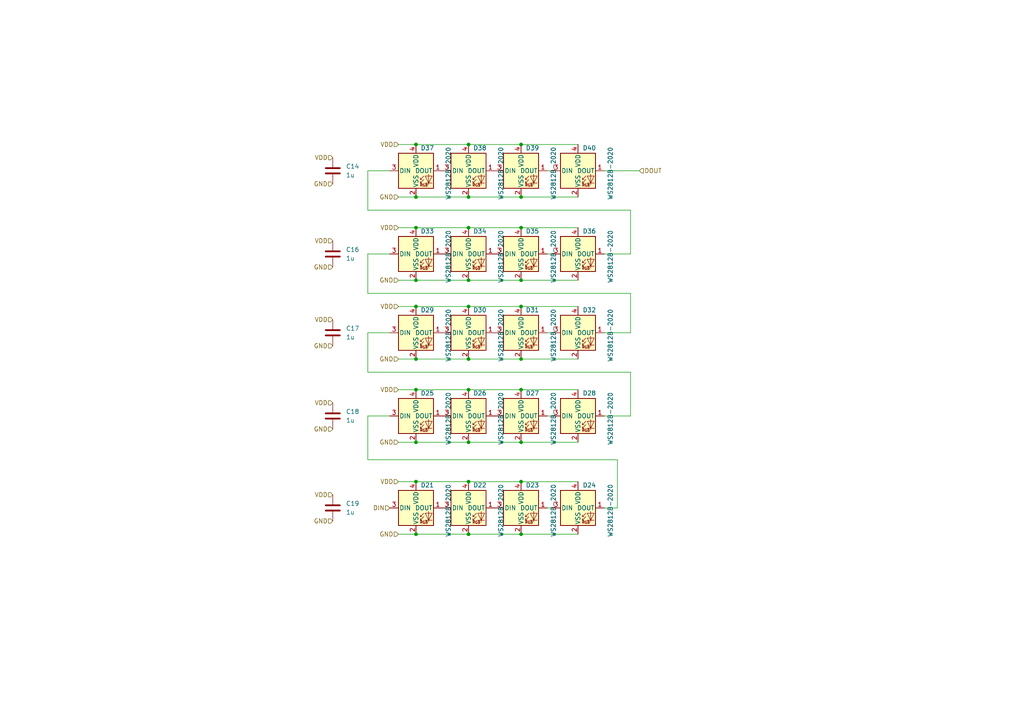
<source format=kicad_sch>
(kicad_sch (version 20231120) (generator "eeschema") (generator_version "8.0")
  (paper "A4")
  (title_block (title "Lighting") (rev "PY/A1 (1.0)") (company "MOTIV.PW"))
  (lib_symbols
    (symbol "Device:C" (pin_numbers hide) (pin_names (offset 0.254))
      (property "Reference" "C" (at 0.635 2.54 0))
      (property "Value" "C" (at 0.635 -2.54 0))
      (symbol "C_0_1"
        (polyline (pts (xy -2.032 -0.762) (xy 2.032 -0.762)) (stroke (width 0.508)))
        (polyline (pts (xy -2.032 0.762) (xy 2.032 0.762)) (stroke (width 0.508)))
      )
      (symbol "C_1_1"
        (pin passive line (at 0 3.81 270) (length 2.794) (name "~") (number "1"))
        (pin passive line (at 0 -3.81 90) (length 2.794) (name "~") (number "2"))
      )
    )
    (symbol "LED:WS2812B-2020" (pin_names (offset 0.254))
      (property "Reference" "D" (at 5.08 5.715 0))
      (property "Value" "WS2812B-2020" (at 1.27 -5.715 0))
      (symbol "WS2812B-2020_0_0"
        (text "RGB" (at 2.286 -4.191 0) (effects (font (size 0.762 0.762))))
      )
      (symbol "WS2812B-2020_0_1"
        (polyline (pts (xy 1.27 -3.556) (xy 1.778 -3.556)))
        (polyline (pts (xy 1.27 -2.54) (xy 1.778 -2.54)))
        (polyline (pts (xy 4.699 -3.556) (xy 2.667 -3.556)))
        (polyline (pts (xy 2.286 -2.54) (xy 1.27 -3.556) (xy 1.27 -3.048)))
        (polyline (pts (xy 2.286 -1.524) (xy 1.27 -2.54) (xy 1.27 -2.032)))
        (polyline (pts (xy 3.683 -1.016) (xy 3.683 -3.556) (xy 3.683 -4.064)))
        (polyline (pts (xy 4.699 -1.524) (xy 2.667 -1.524) (xy 3.683 -3.556) (xy 4.699 -1.524)))
        (rectangle (start 5.08 5.08) (end -5.08 -5.08) (stroke (width 0.254)) (fill (type background)))
      )
      (symbol "WS2812B-2020_1_1"
        (pin output line (at 7.62 0 180) (length 2.54) (name "DOUT") (number "1"))
        (pin power_in line (at 0 -7.62 90) (length 2.54) (name "VSS") (number "2"))
        (pin input line (at -7.62 0 0) (length 2.54) (name "DIN") (number "3"))
        (pin power_in line (at 0 7.62 270) (length 2.54) (name "VDD") (number "4"))
      )
    )
  )
  (junction (at 120.65 139.7))
  (junction (at 120.65 81.28))
  (junction (at 135.89 41.91))
  (junction (at 135.89 81.28))
  (junction (at 151.13 57.15))
  (junction (at 151.13 104.14))
  (junction (at 151.13 128.27))
  (junction (at 120.65 104.14))
  (junction (at 120.65 66.04))
  (junction (at 151.13 88.9))
  (junction (at 135.89 66.04))
  (junction (at 120.65 88.9))
  (junction (at 135.89 57.15))
  (junction (at 135.89 113.03))
  (junction (at 135.89 154.94))
  (junction (at 151.13 66.04))
  (junction (at 135.89 139.7))
  (junction (at 135.89 88.9))
  (junction (at 135.89 104.14))
  (junction (at 120.65 41.91))
  (junction (at 135.89 128.27))
  (junction (at 120.65 113.03))
  (junction (at 151.13 81.28))
  (junction (at 120.65 154.94))
  (junction (at 120.65 128.27))
  (junction (at 151.13 154.94))
  (junction (at 151.13 139.7))
  (junction (at 120.65 57.15))
  (junction (at 151.13 113.03))
  (junction (at 151.13 41.91))
  (wire (pts (xy 135.89 128.27) (xy 151.13 128.27)))
  (wire (pts (xy 182.88 96.52) (xy 182.88 85.09)))
  (wire (pts (xy 120.65 128.27) (xy 135.89 128.27)))
  (wire (pts (xy 135.89 139.7) (xy 151.13 139.7)))
  (wire (pts (xy 106.68 133.35) (xy 106.68 120.65)))
  (wire (pts (xy 106.68 85.09) (xy 106.68 73.66)))
  (wire (pts (xy 151.13 139.7) (xy 167.64 139.7)))
  (wire (pts (xy 120.65 154.94) (xy 135.89 154.94)))
  (wire (pts (xy 106.68 60.96) (xy 106.68 49.53)))
  (wire (pts (xy 160.02 73.66) (xy 158.75 73.66)))
  (wire (pts (xy 115.57 128.27) (xy 120.65 128.27)))
  (wire (pts (xy 120.65 104.14) (xy 135.89 104.14)))
  (wire (pts (xy 182.88 73.66) (xy 182.88 60.96)))
  (wire (pts (xy 175.26 73.66) (xy 182.88 73.66)))
  (wire (pts (xy 115.57 88.9) (xy 120.65 88.9)))
  (wire (pts (xy 115.57 104.14) (xy 120.65 104.14)))
  (wire (pts (xy 135.89 41.91) (xy 151.13 41.91)))
  (wire (pts (xy 160.02 120.65) (xy 158.75 120.65)))
  (wire (pts (xy 175.26 96.52) (xy 182.88 96.52)))
  (wire (pts (xy 151.13 104.14) (xy 167.64 104.14)))
  (wire (pts (xy 151.13 57.15) (xy 167.64 57.15)))
  (wire (pts (xy 135.89 81.28) (xy 151.13 81.28)))
  (wire (pts (xy 115.57 154.94) (xy 120.65 154.94)))
  (wire (pts (xy 115.57 57.15) (xy 120.65 57.15)))
  (wire (pts (xy 106.68 107.95) (xy 106.68 96.52)))
  (wire (pts (xy 135.89 66.04) (xy 151.13 66.04)))
  (wire (pts (xy 182.88 85.09) (xy 106.68 85.09)))
  (wire (pts (xy 151.13 81.28) (xy 167.64 81.28)))
  (wire (pts (xy 135.89 154.94) (xy 151.13 154.94)))
  (wire (pts (xy 160.02 49.53) (xy 158.75 49.53)))
  (wire (pts (xy 151.13 113.03) (xy 167.64 113.03)))
  (wire (pts (xy 135.89 113.03) (xy 151.13 113.03)))
  (wire (pts (xy 115.57 113.03) (xy 120.65 113.03)))
  (wire (pts (xy 179.07 133.35) (xy 106.68 133.35)))
  (wire (pts (xy 160.02 147.32) (xy 158.75 147.32)))
  (wire (pts (xy 151.13 154.94) (xy 167.64 154.94)))
  (wire (pts (xy 151.13 41.91) (xy 167.64 41.91)))
  (wire (pts (xy 120.65 41.91) (xy 135.89 41.91)))
  (wire (pts (xy 151.13 128.27) (xy 167.64 128.27)))
  (wire (pts (xy 115.57 81.28) (xy 120.65 81.28)))
  (wire (pts (xy 151.13 88.9) (xy 167.64 88.9)))
  (wire (pts (xy 179.07 147.32) (xy 179.07 133.35)))
  (wire (pts (xy 182.88 107.95) (xy 106.68 107.95)))
  (wire (pts (xy 106.68 73.66) (xy 113.03 73.66)))
  (wire (pts (xy 182.88 120.65) (xy 182.88 107.95)))
  (wire (pts (xy 135.89 88.9) (xy 151.13 88.9)))
  (wire (pts (xy 135.89 57.15) (xy 151.13 57.15)))
  (wire (pts (xy 115.57 139.7) (xy 120.65 139.7)))
  (wire (pts (xy 135.89 104.14) (xy 151.13 104.14)))
  (wire (pts (xy 120.65 57.15) (xy 135.89 57.15)))
  (wire (pts (xy 182.88 60.96) (xy 106.68 60.96)))
  (wire (pts (xy 120.65 88.9) (xy 135.89 88.9)))
  (wire (pts (xy 175.26 147.32) (xy 179.07 147.32)))
  (wire (pts (xy 106.68 120.65) (xy 113.03 120.65)))
  (wire (pts (xy 115.57 66.04) (xy 120.65 66.04)))
  (wire (pts (xy 160.02 96.52) (xy 158.75 96.52)))
  (wire (pts (xy 120.65 66.04) (xy 135.89 66.04)))
  (wire (pts (xy 120.65 139.7) (xy 135.89 139.7)))
  (wire (pts (xy 115.57 41.91) (xy 120.65 41.91)))
  (wire (pts (xy 120.65 113.03) (xy 135.89 113.03)))
  (wire (pts (xy 185.42 49.53) (xy 175.26 49.53)))
  (wire (pts (xy 175.26 120.65) (xy 182.88 120.65)))
  (wire (pts (xy 106.68 96.52) (xy 113.03 96.52)))
  (wire (pts (xy 151.13 66.04) (xy 167.64 66.04)))
  (wire (pts (xy 120.65 81.28) (xy 135.89 81.28)))
  (wire (pts (xy 106.68 49.53) (xy 113.03 49.53)))
  (hierarchical_label "GND" (shape input) (at 115.57 57.15 180))
  (hierarchical_label "GND" (shape input) (at 96.52 151.13 180))
  (hierarchical_label "DIN" (shape input) (at 113.03 147.32 180))
  (hierarchical_label "VDD" (shape input) (at 115.57 66.04 180))
  (hierarchical_label "DOUT" (shape input) (at 185.42 49.53 0))
  (hierarchical_label "VDD" (shape input) (at 96.52 92.71 180))
  (hierarchical_label "GND" (shape input) (at 115.57 128.27 180))
  (hierarchical_label "VDD" (shape input) (at 115.57 88.9 180))
  (hierarchical_label "VDD" (shape input) (at 115.57 41.91 180))
  (hierarchical_label "VDD" (shape input) (at 96.52 45.72 180))
  (hierarchical_label "VDD" (shape input) (at 96.52 116.84 180))
  (hierarchical_label "GND" (shape input) (at 96.52 53.34 180))
  (hierarchical_label "GND" (shape input) (at 115.57 154.94 180))
  (hierarchical_label "VDD" (shape input) (at 115.57 113.03 180))
  (hierarchical_label "GND" (shape input) (at 96.52 100.33 180))
  (hierarchical_label "VDD" (shape input) (at 96.52 69.85 180))
  (hierarchical_label "GND" (shape input) (at 115.57 104.14 180))
  (hierarchical_label "VDD" (shape input) (at 115.57 139.7 180))
  (hierarchical_label "VDD" (shape input) (at 96.52 143.51 180))
  (hierarchical_label "GND" (shape input) (at 96.52 124.46 180))
  (hierarchical_label "GND" (shape input) (at 96.52 77.47 180))
  (hierarchical_label "GND" (shape input) (at 115.57 81.28 180))
  (symbol (lib_id "LED:WS2812B-2020") (at 151.13 96.52 0) (unit 1)
    (property "Reference" "D31" (at 154.432 89.916 0))
    (property "Value" "WS2812B-2020" (at 160.528 97.282 90))
    (property "Footprint" "LED_SMD:LED_WS2812B-2020_PLCC4_2.0x2.0mm" (effects (hide yes)))
    (property "Datasheet" "https://cdn-shop.adafruit.com/product-files/4684/4684_WS2812B-2020_V1.3_EN.pdf" (effects (hide yes)))
    (property "Description" "RGB LED with integrated controller, 2.0 x 2.0 mm, 12 mA" (effects (hide yes)))
  )
  (symbol (lib_id "LED:WS2812B-2020") (at 120.65 96.52 0) (unit 1)
    (property "Reference" "D29" (at 123.952 89.916 0))
    (property "Value" "WS2812B-2020" (at 130.048 97.282 90))
    (property "Footprint" "LED_SMD:LED_WS2812B-2020_PLCC4_2.0x2.0mm" (effects (hide yes)))
    (property "Datasheet" "https://cdn-shop.adafruit.com/product-files/4684/4684_WS2812B-2020_V1.3_EN.pdf" (effects (hide yes)))
    (property "Description" "RGB LED with integrated controller, 2.0 x 2.0 mm, 12 mA" (effects (hide yes)))
  )
  (symbol (lib_id "LED:WS2812B-2020") (at 151.13 147.32 0) (unit 1)
    (property "Reference" "D23" (at 154.432 140.716 0))
    (property "Value" "WS2812B-2020" (at 160.528 148.082 90))
    (property "Footprint" "LED_SMD:LED_WS2812B-2020_PLCC4_2.0x2.0mm" (effects (hide yes)))
    (property "Datasheet" "https://cdn-shop.adafruit.com/product-files/4684/4684_WS2812B-2020_V1.3_EN.pdf" (effects (hide yes)))
    (property "Description" "RGB LED with integrated controller, 2.0 x 2.0 mm, 12 mA" (effects (hide yes)))
  )
  (symbol (lib_id "LED:WS2812B-2020") (at 120.65 73.66 0) (unit 1)
    (property "Reference" "D33" (at 123.952 67.056 0))
    (property "Value" "WS2812B-2020" (at 130.048 74.422 90))
    (property "Footprint" "LED_SMD:LED_WS2812B-2020_PLCC4_2.0x2.0mm" (effects (hide yes)))
    (property "Datasheet" "https://cdn-shop.adafruit.com/product-files/4684/4684_WS2812B-2020_V1.3_EN.pdf" (effects (hide yes)))
    (property "Description" "RGB LED with integrated controller, 2.0 x 2.0 mm, 12 mA" (effects (hide yes)))
  )
  (symbol (lib_id "LED:WS2812B-2020") (at 167.64 73.66 0) (unit 1)
    (property "Reference" "D36" (at 170.942 67.056 0))
    (property "Value" "WS2812B-2020" (at 177.038 74.422 90))
    (property "Footprint" "LED_SMD:LED_WS2812B-2020_PLCC4_2.0x2.0mm" (effects (hide yes)))
    (property "Datasheet" "https://cdn-shop.adafruit.com/product-files/4684/4684_WS2812B-2020_V1.3_EN.pdf" (effects (hide yes)))
    (property "Description" "RGB LED with integrated controller, 2.0 x 2.0 mm, 12 mA" (effects (hide yes)))
  )
  (symbol (lib_id "LED:WS2812B-2020") (at 151.13 120.65 0) (unit 1)
    (property "Reference" "D27" (at 154.432 114.046 0))
    (property "Value" "WS2812B-2020" (at 160.528 121.412 90))
    (property "Footprint" "LED_SMD:LED_WS2812B-2020_PLCC4_2.0x2.0mm" (effects (hide yes)))
    (property "Datasheet" "https://cdn-shop.adafruit.com/product-files/4684/4684_WS2812B-2020_V1.3_EN.pdf" (effects (hide yes)))
    (property "Description" "RGB LED with integrated controller, 2.0 x 2.0 mm, 12 mA" (effects (hide yes)))
  )
  (symbol (lib_id "LED:WS2812B-2020") (at 167.64 49.53 0) (unit 1)
    (property "Reference" "D40" (at 170.942 42.926 0))
    (property "Value" "WS2812B-2020" (at 177.038 50.292 90))
    (property "Footprint" "LED_SMD:LED_WS2812B-2020_PLCC4_2.0x2.0mm" (effects (hide yes)))
    (property "Datasheet" "https://cdn-shop.adafruit.com/product-files/4684/4684_WS2812B-2020_V1.3_EN.pdf" (effects (hide yes)))
    (property "Description" "RGB LED with integrated controller, 2.0 x 2.0 mm, 12 mA" (effects (hide yes)))
  )
  (symbol (lib_id "LED:WS2812B-2020") (at 120.65 49.53 0) (unit 1)
    (property "Reference" "D37" (at 123.952 42.926 0))
    (property "Value" "WS2812B-2020" (at 130.048 50.292 90))
    (property "Footprint" "LED_SMD:LED_WS2812B-2020_PLCC4_2.0x2.0mm" (effects (hide yes)))
    (property "Datasheet" "https://cdn-shop.adafruit.com/product-files/4684/4684_WS2812B-2020_V1.3_EN.pdf" (effects (hide yes)))
    (property "Description" "RGB LED with integrated controller, 2.0 x 2.0 mm, 12 mA" (effects (hide yes)))
  )
  (symbol (lib_id "Device:C") (at 96.52 120.65 0) (unit 1)
    (property "Reference" "C18" (at 100.33 119.3799 0) (effects (justify left)))
    (property "Value" "1u" (at 100.33 121.9199 0) (effects (justify left)))
    (property "Footprint" "Capacitor_SMD:C_0805_2012Metric_Pad1.18x1.45mm_HandSolder" (effects (hide yes)))
    (property "Description" "Unpolarized capacitor" (effects (hide yes)))
  )
  (symbol (lib_id "LED:WS2812B-2020") (at 120.65 147.32 0) (unit 1)
    (property "Reference" "D21" (at 123.952 140.716 0))
    (property "Value" "WS2812B-2020" (at 130.048 148.082 90))
    (property "Footprint" "LED_SMD:LED_WS2812B-2020_PLCC4_2.0x2.0mm" (effects (hide yes)))
    (property "Datasheet" "https://cdn-shop.adafruit.com/product-files/4684/4684_WS2812B-2020_V1.3_EN.pdf" (effects (hide yes)))
    (property "Description" "RGB LED with integrated controller, 2.0 x 2.0 mm, 12 mA" (effects (hide yes)))
  )
  (symbol (lib_id "LED:WS2812B-2020") (at 151.13 73.66 0) (unit 1)
    (property "Reference" "D35" (at 154.432 67.056 0))
    (property "Value" "WS2812B-2020" (at 160.528 74.422 90))
    (property "Footprint" "LED_SMD:LED_WS2812B-2020_PLCC4_2.0x2.0mm" (effects (hide yes)))
    (property "Datasheet" "https://cdn-shop.adafruit.com/product-files/4684/4684_WS2812B-2020_V1.3_EN.pdf" (effects (hide yes)))
    (property "Description" "RGB LED with integrated controller, 2.0 x 2.0 mm, 12 mA" (effects (hide yes)))
  )
  (symbol (lib_id "LED:WS2812B-2020") (at 135.89 73.66 0) (unit 1)
    (property "Reference" "D34" (at 139.192 67.056 0))
    (property "Value" "WS2812B-2020" (at 145.288 74.422 90))
    (property "Footprint" "LED_SMD:LED_WS2812B-2020_PLCC4_2.0x2.0mm" (effects (hide yes)))
    (property "Datasheet" "https://cdn-shop.adafruit.com/product-files/4684/4684_WS2812B-2020_V1.3_EN.pdf" (effects (hide yes)))
    (property "Description" "RGB LED with integrated controller, 2.0 x 2.0 mm, 12 mA" (effects (hide yes)))
  )
  (symbol (lib_id "Device:C") (at 96.52 96.52 0) (unit 1)
    (property "Reference" "C17" (at 100.33 95.2499 0) (effects (justify left)))
    (property "Value" "1u" (at 100.33 97.7899 0) (effects (justify left)))
    (property "Footprint" "Capacitor_SMD:C_0805_2012Metric_Pad1.18x1.45mm_HandSolder" (effects (hide yes)))
    (property "Description" "Unpolarized capacitor" (effects (hide yes)))
  )
  (symbol (lib_id "LED:WS2812B-2020") (at 120.65 120.65 0) (unit 1)
    (property "Reference" "D25" (at 123.952 114.046 0))
    (property "Value" "WS2812B-2020" (at 130.048 121.412 90))
    (property "Footprint" "LED_SMD:LED_WS2812B-2020_PLCC4_2.0x2.0mm" (effects (hide yes)))
    (property "Datasheet" "https://cdn-shop.adafruit.com/product-files/4684/4684_WS2812B-2020_V1.3_EN.pdf" (effects (hide yes)))
    (property "Description" "RGB LED with integrated controller, 2.0 x 2.0 mm, 12 mA" (effects (hide yes)))
  )
  (symbol (lib_id "LED:WS2812B-2020") (at 135.89 49.53 0) (unit 1)
    (property "Reference" "D38" (at 139.192 42.926 0))
    (property "Value" "WS2812B-2020" (at 145.288 50.292 90))
    (property "Footprint" "LED_SMD:LED_WS2812B-2020_PLCC4_2.0x2.0mm" (effects (hide yes)))
    (property "Datasheet" "https://cdn-shop.adafruit.com/product-files/4684/4684_WS2812B-2020_V1.3_EN.pdf" (effects (hide yes)))
    (property "Description" "RGB LED with integrated controller, 2.0 x 2.0 mm, 12 mA" (effects (hide yes)))
  )
  (symbol (lib_id "Device:C") (at 96.52 73.66 0) (unit 1)
    (property "Reference" "C16" (at 100.33 72.3899 0) (effects (justify left)))
    (property "Value" "1u" (at 100.33 74.9299 0) (effects (justify left)))
    (property "Footprint" "Capacitor_SMD:C_0805_2012Metric_Pad1.18x1.45mm_HandSolder" (effects (hide yes)))
    (property "Description" "Unpolarized capacitor" (effects (hide yes)))
  )
  (symbol (lib_id "LED:WS2812B-2020") (at 151.13 49.53 0) (unit 1)
    (property "Reference" "D39" (at 154.432 42.926 0))
    (property "Value" "WS2812B-2020" (at 160.528 50.292 90))
    (property "Footprint" "LED_SMD:LED_WS2812B-2020_PLCC4_2.0x2.0mm" (effects (hide yes)))
    (property "Datasheet" "https://cdn-shop.adafruit.com/product-files/4684/4684_WS2812B-2020_V1.3_EN.pdf" (effects (hide yes)))
    (property "Description" "RGB LED with integrated controller, 2.0 x 2.0 mm, 12 mA" (effects (hide yes)))
  )
  (symbol (lib_id "Device:C") (at 96.52 147.32 0) (unit 1)
    (property "Reference" "C19" (at 100.33 146.0499 0) (effects (justify left)))
    (property "Value" "1u" (at 100.33 148.5899 0) (effects (justify left)))
    (property "Footprint" "Capacitor_SMD:C_0805_2012Metric_Pad1.18x1.45mm_HandSolder" (effects (hide yes)))
    (property "Description" "Unpolarized capacitor" (effects (hide yes)))
  )
  (symbol (lib_id "LED:WS2812B-2020") (at 167.64 120.65 0) (unit 1)
    (property "Reference" "D28" (at 170.942 114.046 0))
    (property "Value" "WS2812B-2020" (at 177.038 121.412 90))
    (property "Footprint" "LED_SMD:LED_WS2812B-2020_PLCC4_2.0x2.0mm" (effects (hide yes)))
    (property "Datasheet" "https://cdn-shop.adafruit.com/product-files/4684/4684_WS2812B-2020_V1.3_EN.pdf" (effects (hide yes)))
    (property "Description" "RGB LED with integrated controller, 2.0 x 2.0 mm, 12 mA" (effects (hide yes)))
  )
  (symbol (lib_id "LED:WS2812B-2020") (at 135.89 96.52 0) (unit 1)
    (property "Reference" "D30" (at 139.192 89.916 0))
    (property "Value" "WS2812B-2020" (at 145.288 97.282 90))
    (property "Footprint" "LED_SMD:LED_WS2812B-2020_PLCC4_2.0x2.0mm" (effects (hide yes)))
    (property "Datasheet" "https://cdn-shop.adafruit.com/product-files/4684/4684_WS2812B-2020_V1.3_EN.pdf" (effects (hide yes)))
    (property "Description" "RGB LED with integrated controller, 2.0 x 2.0 mm, 12 mA" (effects (hide yes)))
  )
  (symbol (lib_id "LED:WS2812B-2020") (at 167.64 147.32 0) (unit 1)
    (property "Reference" "D24" (at 170.942 140.716 0))
    (property "Value" "WS2812B-2020" (at 177.038 148.082 90))
    (property "Footprint" "LED_SMD:LED_WS2812B-2020_PLCC4_2.0x2.0mm" (effects (hide yes)))
    (property "Datasheet" "https://cdn-shop.adafruit.com/product-files/4684/4684_WS2812B-2020_V1.3_EN.pdf" (effects (hide yes)))
    (property "Description" "RGB LED with integrated controller, 2.0 x 2.0 mm, 12 mA" (effects (hide yes)))
  )
  (symbol (lib_id "LED:WS2812B-2020") (at 135.89 120.65 0) (unit 1)
    (property "Reference" "D26" (at 139.192 114.046 0))
    (property "Value" "WS2812B-2020" (at 145.288 121.412 90))
    (property "Footprint" "LED_SMD:LED_WS2812B-2020_PLCC4_2.0x2.0mm" (effects (hide yes)))
    (property "Datasheet" "https://cdn-shop.adafruit.com/product-files/4684/4684_WS2812B-2020_V1.3_EN.pdf" (effects (hide yes)))
    (property "Description" "RGB LED with integrated controller, 2.0 x 2.0 mm, 12 mA" (effects (hide yes)))
  )
  (symbol (lib_id "LED:WS2812B-2020") (at 167.64 96.52 0) (unit 1)
    (property "Reference" "D32" (at 170.942 89.916 0))
    (property "Value" "WS2812B-2020" (at 177.038 97.282 90))
    (property "Footprint" "LED_SMD:LED_WS2812B-2020_PLCC4_2.0x2.0mm" (effects (hide yes)))
    (property "Datasheet" "https://cdn-shop.adafruit.com/product-files/4684/4684_WS2812B-2020_V1.3_EN.pdf" (effects (hide yes)))
    (property "Description" "RGB LED with integrated controller, 2.0 x 2.0 mm, 12 mA" (effects (hide yes)))
  )
  (symbol (lib_id "LED:WS2812B-2020") (at 135.89 147.32 0) (unit 1)
    (property "Reference" "D22" (at 139.192 140.716 0))
    (property "Value" "WS2812B-2020" (at 145.288 148.082 90))
    (property "Footprint" "LED_SMD:LED_WS2812B-2020_PLCC4_2.0x2.0mm" (effects (hide yes)))
    (property "Datasheet" "https://cdn-shop.adafruit.com/product-files/4684/4684_WS2812B-2020_V1.3_EN.pdf" (effects (hide yes)))
    (property "Description" "RGB LED with integrated controller, 2.0 x 2.0 mm, 12 mA" (effects (hide yes)))
  )
  (symbol (lib_id "Device:C") (at 96.52 49.53 0) (unit 1)
    (property "Reference" "C14" (at 100.33 48.2599 0) (effects (justify left)))
    (property "Value" "1u" (at 100.33 50.7999 0) (effects (justify left)))
    (property "Footprint" "Capacitor_SMD:C_0805_2012Metric_Pad1.18x1.45mm_HandSolder" (effects (hide yes)))
    (property "Description" "Unpolarized capacitor" (effects (hide yes)))
  )
)
</source>
